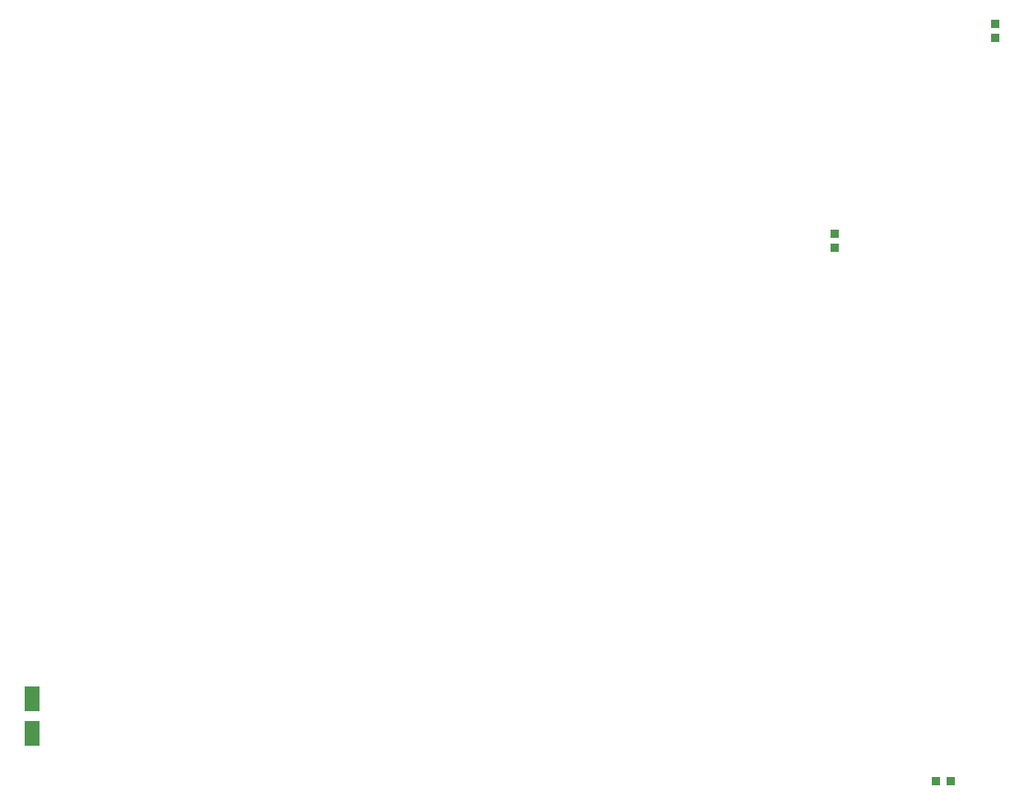
<source format=gbr>
G04 EAGLE Gerber RS-274X export*
G75*
%MOMM*%
%FSLAX34Y34*%
%LPD*%
%INSolderpaste Top*%
%IPPOS*%
%AMOC8*
5,1,8,0,0,1.08239X$1,22.5*%
G01*
%ADD10R,0.900000X0.900000*%
%ADD11R,1.600000X2.500000*%


D10*
X914400Y756800D03*
X914400Y741800D03*
X1018660Y193040D03*
X1033660Y193040D03*
X1079500Y957700D03*
X1079500Y972700D03*
D11*
X88900Y277850D03*
X88900Y242850D03*
M02*

</source>
